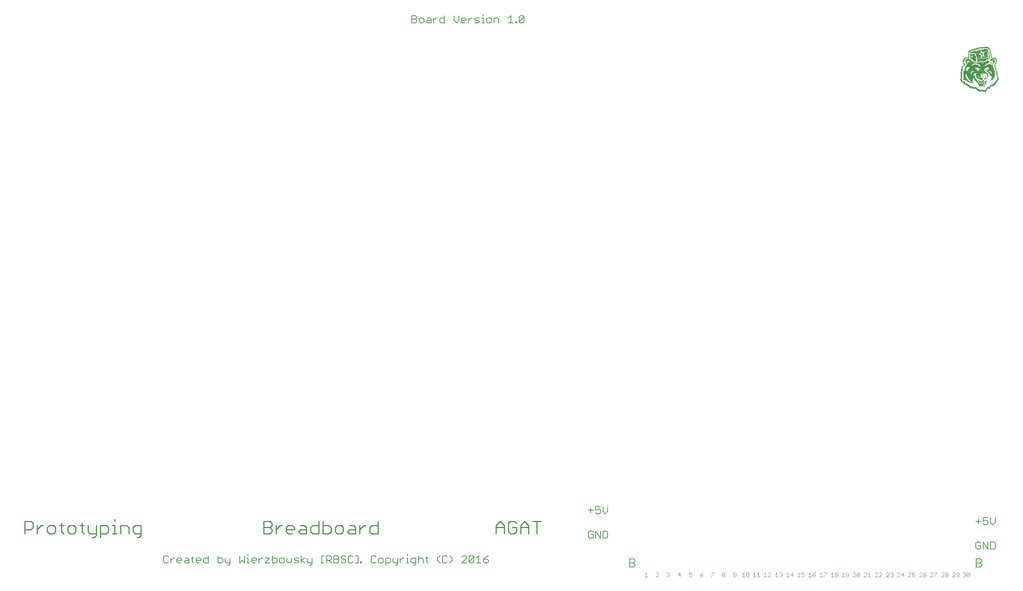
<source format=gto>
G75*
%MOIN*%
%OFA0B0*%
%FSLAX25Y25*%
%IPPOS*%
%LPD*%
%AMOC8*
5,1,8,0,0,1.08239X$1,22.5*
%
%ADD10C,0.00600*%
%ADD11C,0.00900*%
%ADD12R,0.00472X0.00236*%
%ADD13R,0.00945X0.00236*%
%ADD14R,0.00709X0.00236*%
%ADD15R,0.01181X0.00236*%
%ADD16R,0.02598X0.00236*%
%ADD17R,0.01654X0.00236*%
%ADD18R,0.03071X0.00236*%
%ADD19R,0.03780X0.00236*%
%ADD20R,0.05906X0.00236*%
%ADD21R,0.06378X0.00236*%
%ADD22R,0.01417X0.00236*%
%ADD23R,0.03543X0.00236*%
%ADD24R,0.02362X0.00236*%
%ADD25R,0.01890X0.00236*%
%ADD26R,0.00236X0.00236*%
%ADD27R,0.04016X0.00236*%
%ADD28R,0.05669X0.00236*%
%ADD29R,0.02835X0.00236*%
%ADD30R,0.02126X0.00236*%
%ADD31R,0.03307X0.00236*%
%ADD32R,0.04252X0.00236*%
%ADD33R,0.06142X0.00236*%
%ADD34R,0.04488X0.00236*%
%ADD35R,0.04724X0.00236*%
%ADD36R,0.06614X0.00236*%
%ADD37R,0.05433X0.00236*%
%ADD38R,0.13228X0.00236*%
%ADD39R,0.12992X0.00236*%
%ADD40R,0.12283X0.00236*%
%ADD41R,0.09921X0.00236*%
%ADD42R,0.07323X0.00236*%
%ADD43R,0.07559X0.00236*%
%ADD44R,0.04961X0.00236*%
%ADD45R,0.10157X0.00236*%
%ADD46R,0.16299X0.00236*%
%ADD47R,0.08976X0.00236*%
%ADD48R,0.08268X0.00236*%
%ADD49R,0.08031X0.00236*%
%ADD50R,0.06850X0.00236*%
%ADD51R,0.05197X0.00236*%
%ADD52R,0.14882X0.00236*%
%ADD53R,0.21260X0.00236*%
%ADD54R,0.24803X0.00236*%
%ADD55R,0.12756X0.00236*%
%ADD56R,0.11339X0.00236*%
%ADD57R,0.09213X0.00236*%
%ADD58R,0.07087X0.00236*%
%ADD59R,0.08504X0.00236*%
%ADD60R,0.07795X0.00236*%
%ADD61R,0.09449X0.00236*%
%ADD62R,0.08740X0.00236*%
%ADD63R,0.09685X0.00236*%
%ADD64C,0.00300*%
D10*
X0198150Y0074872D02*
X0199218Y0073804D01*
X0201353Y0073804D01*
X0202421Y0074872D01*
X0204596Y0075939D02*
X0206731Y0078074D01*
X0207799Y0078074D01*
X0209967Y0077007D02*
X0211035Y0078074D01*
X0213170Y0078074D01*
X0214237Y0077007D01*
X0214237Y0075939D01*
X0209967Y0075939D01*
X0209967Y0074872D02*
X0209967Y0077007D01*
X0209967Y0074872D02*
X0211035Y0073804D01*
X0213170Y0073804D01*
X0216413Y0074872D02*
X0217480Y0075939D01*
X0220683Y0075939D01*
X0220683Y0077007D02*
X0220683Y0073804D01*
X0217480Y0073804D01*
X0216413Y0074872D01*
X0217480Y0078074D02*
X0219615Y0078074D01*
X0220683Y0077007D01*
X0222858Y0078074D02*
X0224993Y0078074D01*
X0223926Y0079142D02*
X0223926Y0074872D01*
X0224993Y0073804D01*
X0227155Y0074872D02*
X0227155Y0077007D01*
X0228223Y0078074D01*
X0230358Y0078074D01*
X0231425Y0077007D01*
X0231425Y0075939D01*
X0227155Y0075939D01*
X0227155Y0074872D02*
X0228223Y0073804D01*
X0230358Y0073804D01*
X0233601Y0074872D02*
X0233601Y0077007D01*
X0234668Y0078074D01*
X0237871Y0078074D01*
X0237871Y0080209D02*
X0237871Y0073804D01*
X0234668Y0073804D01*
X0233601Y0074872D01*
X0246492Y0073804D02*
X0246492Y0080209D01*
X0246492Y0078074D02*
X0249694Y0078074D01*
X0250762Y0077007D01*
X0250762Y0074872D01*
X0249694Y0073804D01*
X0246492Y0073804D01*
X0252937Y0074872D02*
X0254005Y0073804D01*
X0257207Y0073804D01*
X0257207Y0072736D02*
X0257207Y0078074D01*
X0252937Y0078074D02*
X0252937Y0074872D01*
X0255072Y0071669D02*
X0256140Y0071669D01*
X0257207Y0072736D01*
X0265828Y0073804D02*
X0267963Y0075939D01*
X0270098Y0073804D01*
X0270098Y0080209D01*
X0272274Y0078074D02*
X0273341Y0078074D01*
X0273341Y0073804D01*
X0272274Y0073804D02*
X0274409Y0073804D01*
X0276571Y0074872D02*
X0276571Y0077007D01*
X0277638Y0078074D01*
X0279773Y0078074D01*
X0280841Y0077007D01*
X0280841Y0075939D01*
X0276571Y0075939D01*
X0276571Y0074872D02*
X0277638Y0073804D01*
X0279773Y0073804D01*
X0283016Y0073804D02*
X0283016Y0078074D01*
X0283016Y0075939D02*
X0285151Y0078074D01*
X0286219Y0078074D01*
X0288387Y0078074D02*
X0292658Y0078074D01*
X0288387Y0073804D01*
X0292658Y0073804D01*
X0294833Y0073804D02*
X0298036Y0073804D01*
X0299103Y0074872D01*
X0299103Y0077007D01*
X0298036Y0078074D01*
X0294833Y0078074D01*
X0294833Y0080209D02*
X0294833Y0073804D01*
X0301278Y0074872D02*
X0302346Y0073804D01*
X0304481Y0073804D01*
X0305549Y0074872D01*
X0305549Y0077007D01*
X0304481Y0078074D01*
X0302346Y0078074D01*
X0301278Y0077007D01*
X0301278Y0074872D01*
X0307724Y0074872D02*
X0308791Y0073804D01*
X0309859Y0074872D01*
X0310927Y0073804D01*
X0311994Y0074872D01*
X0311994Y0078074D01*
X0314169Y0077007D02*
X0315237Y0078074D01*
X0318440Y0078074D01*
X0317372Y0075939D02*
X0315237Y0075939D01*
X0314169Y0077007D01*
X0314169Y0073804D02*
X0317372Y0073804D01*
X0318440Y0074872D01*
X0317372Y0075939D01*
X0320615Y0075939D02*
X0323818Y0078074D01*
X0325986Y0078074D02*
X0325986Y0074872D01*
X0327054Y0073804D01*
X0330256Y0073804D01*
X0330256Y0072736D02*
X0330256Y0078074D01*
X0330256Y0072736D02*
X0329189Y0071669D01*
X0328121Y0071669D01*
X0323818Y0073804D02*
X0320615Y0075939D01*
X0320615Y0073804D02*
X0320615Y0080209D01*
X0307724Y0078074D02*
X0307724Y0074872D01*
X0338877Y0073804D02*
X0338877Y0080209D01*
X0341012Y0080209D01*
X0343174Y0080209D02*
X0343174Y0073804D01*
X0343174Y0075939D02*
X0346377Y0075939D01*
X0347444Y0077007D01*
X0347444Y0079142D01*
X0346377Y0080209D01*
X0343174Y0080209D01*
X0345309Y0075939D02*
X0347444Y0073804D01*
X0349620Y0073804D02*
X0352822Y0073804D01*
X0353890Y0074872D01*
X0353890Y0075939D01*
X0352822Y0077007D01*
X0349620Y0077007D01*
X0352822Y0077007D02*
X0353890Y0078074D01*
X0353890Y0079142D01*
X0352822Y0080209D01*
X0349620Y0080209D01*
X0349620Y0073804D01*
X0356065Y0074872D02*
X0357133Y0073804D01*
X0359268Y0073804D01*
X0360335Y0074872D01*
X0360335Y0075939D01*
X0359268Y0077007D01*
X0357133Y0077007D01*
X0356065Y0078074D01*
X0356065Y0079142D01*
X0357133Y0080209D01*
X0359268Y0080209D01*
X0360335Y0079142D01*
X0362511Y0079142D02*
X0363578Y0080209D01*
X0365713Y0080209D01*
X0366781Y0079142D01*
X0368956Y0080209D02*
X0371091Y0080209D01*
X0371091Y0073804D01*
X0368956Y0073804D01*
X0366781Y0074872D02*
X0365713Y0073804D01*
X0363578Y0073804D01*
X0362511Y0074872D01*
X0362511Y0079142D01*
X0373253Y0074872D02*
X0374321Y0074872D01*
X0374321Y0073804D01*
X0373253Y0073804D01*
X0373253Y0074872D01*
X0382921Y0074872D02*
X0383989Y0073804D01*
X0386124Y0073804D01*
X0387192Y0074872D01*
X0389367Y0074872D02*
X0390434Y0073804D01*
X0392570Y0073804D01*
X0393637Y0074872D01*
X0393637Y0077007D01*
X0392570Y0078074D01*
X0390434Y0078074D01*
X0389367Y0077007D01*
X0389367Y0074872D01*
X0387192Y0079142D02*
X0386124Y0080209D01*
X0383989Y0080209D01*
X0382921Y0079142D01*
X0382921Y0074872D01*
X0395812Y0073804D02*
X0399015Y0073804D01*
X0400083Y0074872D01*
X0400083Y0077007D01*
X0399015Y0078074D01*
X0395812Y0078074D01*
X0395812Y0071669D01*
X0402258Y0074872D02*
X0403325Y0073804D01*
X0406528Y0073804D01*
X0406528Y0072736D02*
X0406528Y0078074D01*
X0408703Y0078074D02*
X0408703Y0073804D01*
X0408703Y0075939D02*
X0410838Y0078074D01*
X0411906Y0078074D01*
X0414075Y0078074D02*
X0415142Y0078074D01*
X0415142Y0073804D01*
X0414075Y0073804D02*
X0416210Y0073804D01*
X0418372Y0074872D02*
X0419439Y0073804D01*
X0422642Y0073804D01*
X0422642Y0072736D02*
X0422642Y0078074D01*
X0419439Y0078074D01*
X0418372Y0077007D01*
X0418372Y0074872D01*
X0420507Y0071669D02*
X0421574Y0071669D01*
X0422642Y0072736D01*
X0424817Y0073804D02*
X0424817Y0080209D01*
X0425885Y0078074D02*
X0428020Y0078074D01*
X0429087Y0077007D01*
X0429087Y0073804D01*
X0432330Y0074872D02*
X0433398Y0073804D01*
X0432330Y0074872D02*
X0432330Y0079142D01*
X0431263Y0078074D02*
X0433398Y0078074D01*
X0425885Y0078074D02*
X0424817Y0077007D01*
X0415142Y0080209D02*
X0415142Y0081277D01*
X0402258Y0078074D02*
X0402258Y0074872D01*
X0404393Y0071669D02*
X0405461Y0071669D01*
X0406528Y0072736D01*
X0442005Y0075939D02*
X0442005Y0078074D01*
X0444140Y0080209D01*
X0446302Y0079142D02*
X0446302Y0074872D01*
X0447370Y0073804D01*
X0449505Y0073804D01*
X0450572Y0074872D01*
X0452748Y0073804D02*
X0454883Y0075939D01*
X0454883Y0078074D01*
X0452748Y0080209D01*
X0450572Y0079142D02*
X0449505Y0080209D01*
X0447370Y0080209D01*
X0446302Y0079142D01*
X0442005Y0075939D02*
X0444140Y0073804D01*
X0463490Y0073804D02*
X0467760Y0078074D01*
X0467760Y0079142D01*
X0466693Y0080209D01*
X0464558Y0080209D01*
X0463490Y0079142D01*
X0463490Y0073804D02*
X0467760Y0073804D01*
X0469936Y0074872D02*
X0474206Y0079142D01*
X0474206Y0074872D01*
X0473138Y0073804D01*
X0471003Y0073804D01*
X0469936Y0074872D01*
X0469936Y0079142D01*
X0471003Y0080209D01*
X0473138Y0080209D01*
X0474206Y0079142D01*
X0476381Y0078074D02*
X0478516Y0080209D01*
X0478516Y0073804D01*
X0476381Y0073804D02*
X0480651Y0073804D01*
X0482827Y0074872D02*
X0483894Y0073804D01*
X0486029Y0073804D01*
X0487097Y0074872D01*
X0487097Y0075939D01*
X0486029Y0077007D01*
X0482827Y0077007D01*
X0482827Y0074872D01*
X0482827Y0077007D02*
X0484962Y0079142D01*
X0487097Y0080209D01*
X0576182Y0096919D02*
X0577249Y0095851D01*
X0579385Y0095851D01*
X0580452Y0096919D01*
X0580452Y0099054D01*
X0578317Y0099054D01*
X0576182Y0101189D02*
X0576182Y0096919D01*
X0576182Y0101189D02*
X0577249Y0102257D01*
X0579385Y0102257D01*
X0580452Y0101189D01*
X0582627Y0102257D02*
X0586898Y0095851D01*
X0586898Y0102257D01*
X0589073Y0102257D02*
X0592276Y0102257D01*
X0593343Y0101189D01*
X0593343Y0096919D01*
X0592276Y0095851D01*
X0589073Y0095851D01*
X0589073Y0102257D01*
X0582627Y0102257D02*
X0582627Y0095851D01*
X0612717Y0077541D02*
X0616357Y0077541D01*
X0617571Y0076327D01*
X0617571Y0075114D01*
X0616357Y0073901D01*
X0612717Y0073901D01*
X0612717Y0070261D02*
X0612717Y0077541D01*
X0616357Y0073901D02*
X0617571Y0072687D01*
X0617571Y0071474D01*
X0616357Y0070261D01*
X0612717Y0070261D01*
X0591208Y0117505D02*
X0593343Y0119640D01*
X0593343Y0123910D01*
X0589073Y0123910D02*
X0589073Y0119640D01*
X0591208Y0117505D01*
X0586898Y0118572D02*
X0586898Y0120707D01*
X0585830Y0121775D01*
X0584763Y0121775D01*
X0582627Y0120707D01*
X0582627Y0123910D01*
X0586898Y0123910D01*
X0586898Y0118572D02*
X0585830Y0117505D01*
X0583695Y0117505D01*
X0582627Y0118572D01*
X0580452Y0120707D02*
X0576182Y0120707D01*
X0578317Y0118572D02*
X0578317Y0122843D01*
X0341012Y0073804D02*
X0338877Y0073804D01*
X0273341Y0080209D02*
X0273341Y0081277D01*
X0265828Y0080209D02*
X0265828Y0073804D01*
X0204596Y0073804D02*
X0204596Y0078074D01*
X0202421Y0079142D02*
X0201353Y0080209D01*
X0199218Y0080209D01*
X0198150Y0079142D01*
X0198150Y0074872D01*
X0920985Y0087076D02*
X0922053Y0086009D01*
X0924188Y0086009D01*
X0925255Y0087076D01*
X0925255Y0089211D01*
X0923120Y0089211D01*
X0920985Y0087076D02*
X0920985Y0091347D01*
X0922053Y0092414D01*
X0924188Y0092414D01*
X0925255Y0091347D01*
X0927431Y0092414D02*
X0931701Y0086009D01*
X0931701Y0092414D01*
X0933876Y0092414D02*
X0933876Y0086009D01*
X0937079Y0086009D01*
X0938146Y0087076D01*
X0938146Y0091347D01*
X0937079Y0092414D01*
X0933876Y0092414D01*
X0927431Y0092414D02*
X0927431Y0086009D01*
X0925019Y0077541D02*
X0921379Y0077541D01*
X0921379Y0070261D01*
X0925019Y0070261D01*
X0926232Y0071474D01*
X0926232Y0072687D01*
X0925019Y0073901D01*
X0921379Y0073901D01*
X0925019Y0073901D02*
X0926232Y0075114D01*
X0926232Y0076327D01*
X0925019Y0077541D01*
X0928498Y0107662D02*
X0927431Y0108730D01*
X0928498Y0107662D02*
X0930633Y0107662D01*
X0931701Y0108730D01*
X0931701Y0110865D01*
X0930633Y0111933D01*
X0929566Y0111933D01*
X0927431Y0110865D01*
X0927431Y0114068D01*
X0931701Y0114068D01*
X0933876Y0114068D02*
X0933876Y0109797D01*
X0936011Y0107662D01*
X0938146Y0109797D01*
X0938146Y0114068D01*
X0925255Y0110865D02*
X0920985Y0110865D01*
X0923120Y0113000D02*
X0923120Y0108730D01*
X0517827Y0554513D02*
X0515692Y0554513D01*
X0514625Y0555580D01*
X0518895Y0559850D01*
X0518895Y0555580D01*
X0517827Y0554513D01*
X0514625Y0555580D02*
X0514625Y0559850D01*
X0515692Y0560918D01*
X0517827Y0560918D01*
X0518895Y0559850D01*
X0512470Y0555580D02*
X0512470Y0554513D01*
X0511402Y0554513D01*
X0511402Y0555580D01*
X0512470Y0555580D01*
X0509227Y0554513D02*
X0504956Y0554513D01*
X0507092Y0554513D02*
X0507092Y0560918D01*
X0504956Y0558783D01*
X0496336Y0557715D02*
X0496336Y0554513D01*
X0496336Y0557715D02*
X0495268Y0558783D01*
X0492066Y0558783D01*
X0492066Y0554513D01*
X0489890Y0555580D02*
X0489890Y0557715D01*
X0488823Y0558783D01*
X0486688Y0558783D01*
X0485620Y0557715D01*
X0485620Y0555580D01*
X0486688Y0554513D01*
X0488823Y0554513D01*
X0489890Y0555580D01*
X0483458Y0554513D02*
X0481323Y0554513D01*
X0482391Y0554513D02*
X0482391Y0558783D01*
X0481323Y0558783D01*
X0479148Y0558783D02*
X0475945Y0558783D01*
X0474878Y0557715D01*
X0475945Y0556648D01*
X0478080Y0556648D01*
X0479148Y0555580D01*
X0478080Y0554513D01*
X0474878Y0554513D01*
X0472709Y0558783D02*
X0471641Y0558783D01*
X0469506Y0556648D01*
X0469506Y0554513D02*
X0469506Y0558783D01*
X0467331Y0557715D02*
X0467331Y0556648D01*
X0463061Y0556648D01*
X0463061Y0557715D02*
X0464128Y0558783D01*
X0466263Y0558783D01*
X0467331Y0557715D01*
X0466263Y0554513D02*
X0464128Y0554513D01*
X0463061Y0555580D01*
X0463061Y0557715D01*
X0460886Y0556648D02*
X0460886Y0560918D01*
X0460886Y0556648D02*
X0458750Y0554513D01*
X0456615Y0556648D01*
X0456615Y0560918D01*
X0447995Y0560918D02*
X0447995Y0554513D01*
X0444792Y0554513D01*
X0443724Y0555580D01*
X0443724Y0557715D01*
X0444792Y0558783D01*
X0447995Y0558783D01*
X0441556Y0558783D02*
X0440488Y0558783D01*
X0438353Y0556648D01*
X0438353Y0554513D02*
X0438353Y0558783D01*
X0436178Y0557715D02*
X0436178Y0554513D01*
X0432975Y0554513D01*
X0431908Y0555580D01*
X0432975Y0556648D01*
X0436178Y0556648D01*
X0436178Y0557715D02*
X0435110Y0558783D01*
X0432975Y0558783D01*
X0429732Y0557715D02*
X0428665Y0558783D01*
X0426530Y0558783D01*
X0425462Y0557715D01*
X0425462Y0555580D01*
X0426530Y0554513D01*
X0428665Y0554513D01*
X0429732Y0555580D01*
X0429732Y0557715D01*
X0423287Y0556648D02*
X0423287Y0555580D01*
X0422219Y0554513D01*
X0419017Y0554513D01*
X0419017Y0560918D01*
X0422219Y0560918D01*
X0423287Y0559850D01*
X0423287Y0558783D01*
X0422219Y0557715D01*
X0419017Y0557715D01*
X0422219Y0557715D02*
X0423287Y0556648D01*
X0482391Y0560918D02*
X0482391Y0561986D01*
D11*
X0074678Y0110859D02*
X0074678Y0099938D01*
X0074678Y0103578D02*
X0080139Y0103578D01*
X0081959Y0105398D01*
X0081959Y0109038D01*
X0080139Y0110859D01*
X0074678Y0110859D01*
X0085554Y0107218D02*
X0085554Y0099938D01*
X0085554Y0103578D02*
X0089194Y0107218D01*
X0091014Y0107218D01*
X0094617Y0105398D02*
X0094617Y0101758D01*
X0096437Y0099938D01*
X0100077Y0099938D01*
X0101897Y0101758D01*
X0101897Y0105398D01*
X0100077Y0107218D01*
X0096437Y0107218D01*
X0094617Y0105398D01*
X0105492Y0107218D02*
X0109132Y0107218D01*
X0107312Y0109038D02*
X0107312Y0101758D01*
X0109132Y0099938D01*
X0112742Y0101758D02*
X0114562Y0099938D01*
X0118203Y0099938D01*
X0120023Y0101758D01*
X0120023Y0105398D01*
X0118203Y0107218D01*
X0114562Y0107218D01*
X0112742Y0105398D01*
X0112742Y0101758D01*
X0123618Y0107218D02*
X0127258Y0107218D01*
X0125438Y0109038D02*
X0125438Y0101758D01*
X0127258Y0099938D01*
X0130868Y0101758D02*
X0132688Y0099938D01*
X0138148Y0099938D01*
X0138148Y0098118D02*
X0136328Y0096298D01*
X0134508Y0096298D01*
X0138148Y0098118D02*
X0138148Y0107218D01*
X0141743Y0107218D02*
X0147204Y0107218D01*
X0149024Y0105398D01*
X0149024Y0101758D01*
X0147204Y0099938D01*
X0141743Y0099938D01*
X0141743Y0096298D02*
X0141743Y0107218D01*
X0130868Y0107218D02*
X0130868Y0101758D01*
X0152619Y0099938D02*
X0156259Y0099938D01*
X0154439Y0099938D02*
X0154439Y0107218D01*
X0152619Y0107218D01*
X0154439Y0110859D02*
X0154439Y0112679D01*
X0159869Y0107218D02*
X0165329Y0107218D01*
X0167149Y0105398D01*
X0167149Y0099938D01*
X0170745Y0101758D02*
X0172565Y0099938D01*
X0178025Y0099938D01*
X0178025Y0098118D02*
X0178025Y0107218D01*
X0172565Y0107218D01*
X0170745Y0105398D01*
X0170745Y0101758D01*
X0174385Y0096298D02*
X0176205Y0096298D01*
X0178025Y0098118D01*
X0159869Y0099938D02*
X0159869Y0107218D01*
X0287277Y0105398D02*
X0292737Y0105398D01*
X0294557Y0103578D01*
X0294557Y0101758D01*
X0292737Y0099938D01*
X0287277Y0099938D01*
X0287277Y0110859D01*
X0292737Y0110859D01*
X0294557Y0109038D01*
X0294557Y0107218D01*
X0292737Y0105398D01*
X0298152Y0103578D02*
X0301792Y0107218D01*
X0303612Y0107218D01*
X0307215Y0105398D02*
X0307215Y0101758D01*
X0309035Y0099938D01*
X0312675Y0099938D01*
X0314495Y0103578D02*
X0307215Y0103578D01*
X0307215Y0105398D02*
X0309035Y0107218D01*
X0312675Y0107218D01*
X0314495Y0105398D01*
X0314495Y0103578D01*
X0318090Y0101758D02*
X0319911Y0103578D01*
X0325371Y0103578D01*
X0325371Y0105398D02*
X0325371Y0099938D01*
X0319911Y0099938D01*
X0318090Y0101758D01*
X0319911Y0107218D02*
X0323551Y0107218D01*
X0325371Y0105398D01*
X0328966Y0105398D02*
X0330786Y0107218D01*
X0336246Y0107218D01*
X0339841Y0107218D02*
X0345302Y0107218D01*
X0347122Y0105398D01*
X0347122Y0101758D01*
X0345302Y0099938D01*
X0339841Y0099938D01*
X0339841Y0110859D01*
X0336246Y0110859D02*
X0336246Y0099938D01*
X0330786Y0099938D01*
X0328966Y0101758D01*
X0328966Y0105398D01*
X0350717Y0105398D02*
X0350717Y0101758D01*
X0352537Y0099938D01*
X0356177Y0099938D01*
X0357997Y0101758D01*
X0357997Y0105398D01*
X0356177Y0107218D01*
X0352537Y0107218D01*
X0350717Y0105398D01*
X0361592Y0101758D02*
X0363412Y0103578D01*
X0368872Y0103578D01*
X0368872Y0105398D02*
X0368872Y0099938D01*
X0363412Y0099938D01*
X0361592Y0101758D01*
X0363412Y0107218D02*
X0367052Y0107218D01*
X0368872Y0105398D01*
X0372468Y0103578D02*
X0376108Y0107218D01*
X0377928Y0107218D01*
X0381530Y0105398D02*
X0381530Y0101758D01*
X0383351Y0099938D01*
X0388811Y0099938D01*
X0388811Y0110859D01*
X0388811Y0107218D02*
X0383351Y0107218D01*
X0381530Y0105398D01*
X0372468Y0107218D02*
X0372468Y0099938D01*
X0298152Y0099938D02*
X0298152Y0107218D01*
X0493970Y0107218D02*
X0493970Y0099938D01*
X0493970Y0105398D02*
X0501250Y0105398D01*
X0501250Y0107218D02*
X0501250Y0099938D01*
X0504845Y0101758D02*
X0506665Y0099938D01*
X0510305Y0099938D01*
X0512125Y0101758D01*
X0512125Y0105398D01*
X0508485Y0105398D01*
X0504845Y0109038D02*
X0504845Y0101758D01*
X0501250Y0107218D02*
X0497610Y0110859D01*
X0493970Y0107218D01*
X0504845Y0109038D02*
X0506665Y0110859D01*
X0510305Y0110859D01*
X0512125Y0109038D01*
X0515721Y0107218D02*
X0519361Y0110859D01*
X0523001Y0107218D01*
X0523001Y0099938D01*
X0523001Y0105398D02*
X0515721Y0105398D01*
X0515721Y0107218D02*
X0515721Y0099938D01*
X0530236Y0099938D02*
X0530236Y0110859D01*
X0526596Y0110859D02*
X0533876Y0110859D01*
D12*
X0916551Y0495866D03*
X0917969Y0497520D03*
X0921039Y0497047D03*
X0924110Y0493268D03*
X0928126Y0494449D03*
X0929071Y0492559D03*
X0928126Y0497047D03*
X0926236Y0497520D03*
X0926236Y0497756D03*
X0924583Y0502244D03*
X0924583Y0502480D03*
X0923638Y0502480D03*
X0923402Y0502717D03*
X0923402Y0502953D03*
X0923165Y0503189D03*
X0923638Y0505551D03*
X0923402Y0505787D03*
X0920094Y0507205D03*
X0919858Y0507441D03*
X0919858Y0506969D03*
X0918205Y0501772D03*
X0913480Y0503898D03*
X0913244Y0506732D03*
X0910409Y0502244D03*
X0912772Y0500354D03*
X0907811Y0504606D03*
X0912535Y0513110D03*
X0924110Y0512402D03*
X0926709Y0508622D03*
X0926236Y0508150D03*
X0927890Y0509567D03*
X0929780Y0511693D03*
X0930488Y0512165D03*
X0930724Y0512402D03*
X0931197Y0513110D03*
X0931433Y0512874D03*
X0930488Y0517835D03*
X0932142Y0521614D03*
X0932142Y0521850D03*
X0933323Y0522087D03*
X0933323Y0522323D03*
X0933087Y0522795D03*
X0933087Y0523031D03*
X0933087Y0523268D03*
X0931669Y0523504D03*
X0929071Y0524449D03*
X0927181Y0526339D03*
X0927181Y0526811D03*
X0926945Y0527047D03*
X0926472Y0526339D03*
X0925764Y0525630D03*
X0926236Y0527520D03*
X0926945Y0531063D03*
X0931433Y0528465D03*
X0931669Y0528701D03*
X0932614Y0527992D03*
X0932614Y0527756D03*
X0932614Y0527520D03*
X0932614Y0527283D03*
X0932614Y0527047D03*
X0932614Y0526811D03*
X0932614Y0526575D03*
X0932614Y0526339D03*
X0934031Y0527047D03*
X0934031Y0527283D03*
X0934031Y0527520D03*
X0933795Y0528701D03*
X0934504Y0524921D03*
X0934504Y0524685D03*
X0934740Y0523504D03*
X0934740Y0523268D03*
X0924583Y0521850D03*
X0919386Y0526575D03*
X0917496Y0524449D03*
X0916079Y0526339D03*
X0914425Y0525157D03*
X0914425Y0524921D03*
X0927181Y0505787D03*
X0929071Y0505787D03*
X0930961Y0505787D03*
X0931197Y0506260D03*
X0931433Y0506732D03*
X0931433Y0506969D03*
X0931433Y0507441D03*
X0931433Y0507677D03*
X0930488Y0502953D03*
X0930252Y0502717D03*
X0930252Y0502480D03*
X0930252Y0502244D03*
X0930016Y0502008D03*
X0930016Y0501772D03*
X0930016Y0501299D03*
X0930016Y0501063D03*
X0930016Y0500827D03*
X0928835Y0502008D03*
X0928835Y0502244D03*
X0934031Y0502717D03*
X0936866Y0505079D03*
X0940409Y0505787D03*
X0940646Y0505551D03*
X0940173Y0506969D03*
X0939701Y0508858D03*
D13*
X0939701Y0508622D03*
X0939701Y0507913D03*
X0940409Y0506496D03*
X0940409Y0506024D03*
X0939937Y0509567D03*
X0939937Y0509803D03*
X0939465Y0510984D03*
X0938520Y0513346D03*
X0938520Y0513819D03*
X0938283Y0514528D03*
X0938047Y0515236D03*
X0937811Y0515709D03*
X0938047Y0515945D03*
X0938047Y0516417D03*
X0937811Y0517126D03*
X0937811Y0517362D03*
X0938047Y0517598D03*
X0938520Y0518071D03*
X0938756Y0518543D03*
X0938992Y0519016D03*
X0938992Y0519252D03*
X0938992Y0520669D03*
X0938992Y0520906D03*
X0938756Y0521614D03*
X0938756Y0521850D03*
X0937339Y0520906D03*
X0934976Y0520669D03*
X0931433Y0520669D03*
X0932850Y0524449D03*
X0932850Y0524685D03*
X0934268Y0525866D03*
X0933559Y0529646D03*
X0933323Y0530354D03*
X0933087Y0530591D03*
X0931669Y0528937D03*
X0929071Y0524921D03*
X0927181Y0524449D03*
X0926945Y0525630D03*
X0926945Y0526102D03*
X0926000Y0526575D03*
X0925764Y0526811D03*
X0926472Y0527283D03*
X0924819Y0529646D03*
X0926000Y0530827D03*
X0922220Y0529646D03*
X0919858Y0529409D03*
X0917496Y0527047D03*
X0916315Y0524685D03*
X0916315Y0524449D03*
X0916315Y0524213D03*
X0916315Y0523976D03*
X0914661Y0523976D03*
X0914661Y0523740D03*
X0914661Y0524213D03*
X0914425Y0525630D03*
X0914425Y0525866D03*
X0914425Y0526102D03*
X0914661Y0526811D03*
X0914661Y0527047D03*
X0914661Y0527756D03*
X0914661Y0527992D03*
X0914661Y0528228D03*
X0912063Y0520669D03*
X0910173Y0518543D03*
X0910173Y0518307D03*
X0909937Y0518780D03*
X0909701Y0519016D03*
X0909465Y0519252D03*
X0909465Y0519488D03*
X0910409Y0517835D03*
X0910646Y0516654D03*
X0910409Y0516417D03*
X0909701Y0515945D03*
X0909465Y0515709D03*
X0908992Y0515472D03*
X0908756Y0515000D03*
X0908992Y0514291D03*
X0908992Y0514055D03*
X0908992Y0513819D03*
X0908520Y0513583D03*
X0908283Y0513346D03*
X0908520Y0511929D03*
X0908283Y0511693D03*
X0908047Y0510512D03*
X0907811Y0510276D03*
X0908283Y0509331D03*
X0908047Y0508858D03*
X0908283Y0506969D03*
X0908047Y0506496D03*
X0908283Y0505315D03*
X0911118Y0499173D03*
X0919150Y0495630D03*
X0925528Y0493268D03*
X0929071Y0492795D03*
X0930488Y0495157D03*
X0933559Y0497047D03*
X0933559Y0497283D03*
X0929307Y0500118D03*
X0929071Y0499882D03*
X0928598Y0501299D03*
X0928835Y0501535D03*
X0928835Y0501772D03*
X0925764Y0502480D03*
X0925528Y0502717D03*
X0925291Y0502953D03*
X0924819Y0505787D03*
X0924583Y0506260D03*
X0922220Y0505551D03*
X0930724Y0505315D03*
X0930961Y0508622D03*
X0931669Y0512638D03*
X0934976Y0503425D03*
X0926236Y0497992D03*
X0911591Y0513110D03*
X0911591Y0513346D03*
X0912063Y0514055D03*
X0922693Y0517835D03*
X0924110Y0520669D03*
X0924819Y0523976D03*
X0922929Y0526575D03*
D14*
X0925882Y0527047D03*
X0921394Y0529173D03*
X0919504Y0527283D03*
X0914543Y0527283D03*
X0914543Y0527520D03*
X0914543Y0526575D03*
X0914543Y0526339D03*
X0914307Y0525394D03*
X0914543Y0524685D03*
X0914543Y0524449D03*
X0914307Y0522323D03*
X0912654Y0518071D03*
X0918559Y0510512D03*
X0919740Y0506732D03*
X0922339Y0505315D03*
X0924701Y0506024D03*
X0926591Y0508386D03*
X0927535Y0509094D03*
X0931315Y0508386D03*
X0931315Y0508150D03*
X0931315Y0507913D03*
X0931315Y0507205D03*
X0931315Y0506496D03*
X0931079Y0506024D03*
X0930843Y0505551D03*
X0934386Y0502953D03*
X0934622Y0503189D03*
X0929898Y0500591D03*
X0929661Y0500354D03*
X0928480Y0498465D03*
X0928244Y0497756D03*
X0928244Y0497520D03*
X0928244Y0497283D03*
X0926591Y0494921D03*
X0924701Y0494685D03*
X0925409Y0493031D03*
X0927772Y0493031D03*
X0924465Y0497992D03*
X0917850Y0502008D03*
X0916669Y0496102D03*
X0910291Y0502008D03*
X0908874Y0501063D03*
X0908165Y0505079D03*
X0908165Y0506732D03*
X0908402Y0509094D03*
X0921630Y0513110D03*
X0922339Y0520669D03*
X0922339Y0520906D03*
X0922339Y0522087D03*
X0932024Y0522087D03*
X0933205Y0522559D03*
X0932969Y0523504D03*
X0932969Y0523740D03*
X0932969Y0523976D03*
X0932969Y0524213D03*
X0932732Y0524921D03*
X0932732Y0525157D03*
X0932732Y0525394D03*
X0932496Y0525630D03*
X0932496Y0525866D03*
X0932496Y0526102D03*
X0934150Y0526102D03*
X0934150Y0526339D03*
X0934150Y0526575D03*
X0934150Y0526811D03*
X0933913Y0527756D03*
X0933913Y0527992D03*
X0933913Y0528228D03*
X0933913Y0528465D03*
X0933677Y0528937D03*
X0933677Y0529173D03*
X0933677Y0529409D03*
X0933441Y0529882D03*
X0933441Y0530118D03*
X0930134Y0531063D03*
X0934386Y0525630D03*
X0934386Y0525394D03*
X0934386Y0525157D03*
X0934622Y0524449D03*
X0934622Y0524213D03*
X0934622Y0523976D03*
X0934622Y0523740D03*
X0934858Y0522795D03*
X0934622Y0520433D03*
X0934622Y0518780D03*
X0934858Y0518543D03*
X0935567Y0518071D03*
X0936984Y0518780D03*
X0938402Y0517835D03*
X0938638Y0518307D03*
X0938874Y0518780D03*
X0939110Y0519488D03*
X0939110Y0519724D03*
X0939110Y0519961D03*
X0939110Y0520197D03*
X0939110Y0520433D03*
X0938874Y0521378D03*
X0937929Y0516890D03*
X0937929Y0516654D03*
X0938165Y0516181D03*
X0937929Y0515472D03*
X0938165Y0515000D03*
X0938165Y0514764D03*
X0938402Y0514291D03*
X0938402Y0514055D03*
X0938638Y0513583D03*
X0938402Y0512874D03*
X0938402Y0512638D03*
X0938638Y0512402D03*
X0938874Y0512165D03*
X0939110Y0511929D03*
X0939110Y0511693D03*
X0939346Y0511457D03*
X0939346Y0511220D03*
X0939583Y0510748D03*
X0939583Y0510512D03*
X0939819Y0510276D03*
X0939819Y0510039D03*
X0939583Y0507677D03*
X0939819Y0507441D03*
X0940055Y0507205D03*
X0940291Y0506732D03*
X0940528Y0505315D03*
X0933677Y0518780D03*
D15*
X0936984Y0519016D03*
X0938874Y0521142D03*
X0938638Y0522087D03*
X0938402Y0522323D03*
X0931551Y0523268D03*
X0931315Y0522795D03*
X0924701Y0524213D03*
X0922575Y0523268D03*
X0922575Y0523031D03*
X0923992Y0520906D03*
X0922811Y0526339D03*
X0921394Y0526339D03*
X0921157Y0526575D03*
X0923520Y0530118D03*
X0924937Y0530591D03*
X0927063Y0528465D03*
X0932969Y0530827D03*
X0915016Y0528701D03*
X0914780Y0528465D03*
X0911000Y0522323D03*
X0910764Y0521850D03*
X0910528Y0521614D03*
X0910291Y0521142D03*
X0910055Y0520906D03*
X0910055Y0520669D03*
X0909819Y0520433D03*
X0909819Y0520197D03*
X0909819Y0519961D03*
X0909583Y0519724D03*
X0910291Y0518071D03*
X0910528Y0517598D03*
X0910764Y0517362D03*
X0911000Y0517126D03*
X0911000Y0516890D03*
X0910055Y0516181D03*
X0908874Y0515236D03*
X0908874Y0514764D03*
X0908874Y0514528D03*
X0908165Y0513110D03*
X0908165Y0512874D03*
X0908402Y0512638D03*
X0908638Y0512402D03*
X0908638Y0512165D03*
X0908165Y0511457D03*
X0908165Y0511220D03*
X0908165Y0510984D03*
X0908165Y0510748D03*
X0907929Y0508386D03*
X0908165Y0508150D03*
X0908165Y0507913D03*
X0908165Y0507677D03*
X0908165Y0506260D03*
X0907929Y0504370D03*
X0907929Y0503661D03*
X0907929Y0503425D03*
X0908874Y0501299D03*
X0910528Y0500827D03*
X0917614Y0502244D03*
X0918087Y0501535D03*
X0919976Y0505079D03*
X0922102Y0505787D03*
X0924465Y0506732D03*
X0924465Y0506969D03*
X0924465Y0507205D03*
X0924701Y0505551D03*
X0925882Y0502244D03*
X0924465Y0501772D03*
X0924465Y0501535D03*
X0924701Y0501299D03*
X0924937Y0501063D03*
X0924228Y0502008D03*
X0927535Y0502008D03*
X0927535Y0502244D03*
X0927535Y0502953D03*
X0928480Y0501063D03*
X0928244Y0497992D03*
X0926354Y0498228D03*
X0924465Y0498228D03*
X0921630Y0495630D03*
X0923992Y0493504D03*
X0926591Y0494685D03*
X0928953Y0493031D03*
X0929661Y0493976D03*
X0930134Y0494685D03*
X0930606Y0495394D03*
X0930843Y0495630D03*
X0931787Y0497047D03*
X0932969Y0495866D03*
X0933677Y0497520D03*
X0938165Y0500591D03*
X0939583Y0502480D03*
X0939819Y0502717D03*
X0940055Y0503425D03*
X0940291Y0503898D03*
X0940528Y0504370D03*
X0940764Y0504843D03*
X0940764Y0505079D03*
X0940291Y0506260D03*
X0939819Y0508150D03*
X0939819Y0508386D03*
X0938402Y0513110D03*
X0933913Y0508858D03*
X0933677Y0509094D03*
X0930843Y0508858D03*
X0930606Y0509094D03*
X0930134Y0505079D03*
X0935094Y0503661D03*
X0935331Y0503898D03*
X0935567Y0504843D03*
X0935567Y0505079D03*
X0917850Y0497283D03*
X0911472Y0512165D03*
X0911709Y0513583D03*
X0912654Y0518307D03*
X0912654Y0518543D03*
X0912417Y0518780D03*
X0912417Y0519016D03*
X0912417Y0519252D03*
X0912417Y0519488D03*
D16*
X0919504Y0523976D03*
X0919504Y0524213D03*
X0919031Y0525157D03*
X0923047Y0522323D03*
X0923520Y0527283D03*
X0915961Y0529409D03*
X0928953Y0521142D03*
X0931551Y0520197D03*
X0931551Y0519961D03*
X0936039Y0522087D03*
X0936748Y0519961D03*
X0936276Y0509803D03*
X0936276Y0509567D03*
X0936276Y0506732D03*
X0936276Y0506496D03*
X0925882Y0503898D03*
X0922575Y0506260D03*
X0916669Y0503425D03*
X0915724Y0501535D03*
X0911472Y0505079D03*
X0928480Y0493268D03*
D17*
X0926591Y0494449D03*
X0925646Y0493504D03*
X0927063Y0499882D03*
X0926827Y0501535D03*
X0927535Y0502717D03*
X0929425Y0504606D03*
X0929661Y0504843D03*
X0930134Y0509331D03*
X0933441Y0509567D03*
X0936039Y0505315D03*
X0939346Y0502244D03*
X0938638Y0501299D03*
X0937693Y0499882D03*
X0933913Y0497756D03*
X0922811Y0501063D03*
X0922575Y0501535D03*
X0920213Y0504134D03*
X0920213Y0504370D03*
X0917378Y0502480D03*
X0913598Y0502953D03*
X0908638Y0502244D03*
X0908638Y0502008D03*
X0908402Y0502480D03*
X0908165Y0502717D03*
X0908165Y0502953D03*
X0907693Y0503898D03*
X0907693Y0504134D03*
X0908165Y0505787D03*
X0910764Y0507441D03*
X0911236Y0511693D03*
X0911709Y0512874D03*
X0911472Y0513819D03*
X0912181Y0514291D03*
X0921630Y0512874D03*
X0926354Y0520906D03*
X0927299Y0524213D03*
X0926591Y0525866D03*
X0927299Y0528701D03*
X0931315Y0529409D03*
X0931551Y0529173D03*
X0932260Y0531535D03*
X0917378Y0527283D03*
X0916433Y0525157D03*
X0915252Y0528937D03*
X0911945Y0523031D03*
X0922575Y0523504D03*
X0929189Y0523268D03*
X0931551Y0520433D03*
X0932969Y0517362D03*
X0937220Y0520669D03*
D18*
X0935803Y0521850D03*
X0930370Y0524213D03*
X0929898Y0525394D03*
X0930134Y0527756D03*
X0923756Y0527520D03*
X0923756Y0529173D03*
X0917378Y0529882D03*
X0913598Y0523504D03*
X0917142Y0519488D03*
X0911236Y0504843D03*
X0911236Y0504606D03*
X0911236Y0504134D03*
X0911236Y0503898D03*
X0911709Y0500118D03*
X0916669Y0503661D03*
X0928480Y0493740D03*
X0928480Y0493504D03*
X0932024Y0496102D03*
X0935094Y0498465D03*
X0936276Y0506969D03*
X0936276Y0508858D03*
D19*
X0935921Y0507441D03*
X0935921Y0510984D03*
X0934504Y0513583D03*
X0934504Y0513819D03*
X0926709Y0512638D03*
X0926709Y0512402D03*
X0923165Y0506496D03*
X0918913Y0509567D03*
X0914661Y0508622D03*
X0914661Y0508386D03*
X0916315Y0504370D03*
X0912299Y0503425D03*
X0912063Y0503661D03*
X0917260Y0496811D03*
X0920094Y0495866D03*
X0924819Y0493740D03*
X0920567Y0516890D03*
X0927417Y0520669D03*
X0923402Y0524449D03*
X0923402Y0524685D03*
X0922929Y0525630D03*
X0920331Y0530827D03*
X0919622Y0530591D03*
X0928126Y0529173D03*
X0929071Y0530591D03*
X0914189Y0521850D03*
X0913244Y0523268D03*
D20*
X0917378Y0519016D03*
X0916433Y0518071D03*
X0917614Y0513346D03*
X0920921Y0515945D03*
X0926591Y0513819D03*
X0926827Y0517362D03*
X0934386Y0511929D03*
X0926118Y0499409D03*
X0925646Y0493976D03*
X0918559Y0496575D03*
X0915961Y0506969D03*
X0915961Y0507205D03*
X0915961Y0507441D03*
X0913362Y0509567D03*
D21*
X0913362Y0509803D03*
X0913362Y0510276D03*
X0913126Y0509331D03*
X0915724Y0507913D03*
X0917142Y0506024D03*
X0917142Y0505551D03*
X0917142Y0505315D03*
X0917378Y0513110D03*
X0928244Y0522087D03*
X0932732Y0516181D03*
X0928953Y0529882D03*
X0925409Y0494213D03*
D22*
X0921984Y0495394D03*
X0920567Y0496811D03*
X0923402Y0500118D03*
X0923402Y0500354D03*
X0923165Y0500591D03*
X0922929Y0500827D03*
X0922693Y0501299D03*
X0926000Y0502008D03*
X0927654Y0502480D03*
X0928835Y0504134D03*
X0927417Y0508858D03*
X0927890Y0511693D03*
X0927890Y0511929D03*
X0931197Y0510984D03*
X0931433Y0510748D03*
X0933559Y0509331D03*
X0935685Y0504606D03*
X0935449Y0504134D03*
X0938520Y0501063D03*
X0938283Y0500827D03*
X0938047Y0500354D03*
X0937811Y0500118D03*
X0939937Y0502953D03*
X0939937Y0503189D03*
X0940173Y0503661D03*
X0940409Y0504134D03*
X0940646Y0504606D03*
X0939701Y0509094D03*
X0939701Y0509331D03*
X0934740Y0518307D03*
X0936866Y0519252D03*
X0938047Y0522559D03*
X0931433Y0523031D03*
X0930961Y0522559D03*
X0928126Y0522559D03*
X0924583Y0523031D03*
X0924583Y0523268D03*
X0924583Y0523504D03*
X0922929Y0526811D03*
X0921276Y0526811D03*
X0920803Y0527283D03*
X0919858Y0529173D03*
X0922457Y0529882D03*
X0924110Y0530354D03*
X0928835Y0531063D03*
X0932614Y0531299D03*
X0932850Y0531063D03*
X0920331Y0519961D03*
X0916551Y0523740D03*
X0916315Y0524921D03*
X0911591Y0522795D03*
X0911354Y0522559D03*
X0910882Y0522087D03*
X0910409Y0521378D03*
X0912063Y0520433D03*
X0912299Y0519724D03*
X0911591Y0512402D03*
X0911354Y0511929D03*
X0908283Y0509567D03*
X0907811Y0510039D03*
X0908047Y0508622D03*
X0908283Y0507441D03*
X0908283Y0507205D03*
X0908047Y0506024D03*
X0908283Y0505551D03*
X0908047Y0503189D03*
X0910409Y0501299D03*
X0910409Y0501063D03*
X0910646Y0500591D03*
X0910882Y0500354D03*
X0913717Y0502717D03*
X0913953Y0502480D03*
X0917732Y0500827D03*
X0920094Y0504606D03*
X0920094Y0504843D03*
X0928126Y0498228D03*
X0930961Y0495866D03*
X0930252Y0494921D03*
X0930016Y0494449D03*
X0929780Y0494213D03*
D23*
X0923520Y0494449D03*
X0916906Y0497047D03*
X0912417Y0499409D03*
X0912181Y0499646D03*
X0916433Y0504134D03*
X0914543Y0508858D03*
X0914543Y0509094D03*
X0925646Y0504134D03*
X0936039Y0507205D03*
X0932969Y0517126D03*
X0930606Y0519488D03*
X0935567Y0521378D03*
X0935803Y0521614D03*
X0936276Y0523031D03*
X0929661Y0526102D03*
X0929661Y0526339D03*
X0929661Y0526575D03*
X0929661Y0526811D03*
X0923520Y0523740D03*
X0922811Y0525866D03*
X0919268Y0523740D03*
X0919268Y0522087D03*
X0919504Y0521850D03*
X0923520Y0519961D03*
X0923756Y0520197D03*
X0922575Y0531299D03*
D24*
X0919386Y0524921D03*
X0919386Y0524685D03*
X0919386Y0524449D03*
X0915843Y0520669D03*
X0914189Y0522087D03*
X0927181Y0519488D03*
X0934504Y0520906D03*
X0934740Y0521142D03*
X0936866Y0520197D03*
X0936157Y0506260D03*
X0937102Y0499646D03*
X0934740Y0498228D03*
X0926709Y0501772D03*
X0924583Y0505315D03*
X0916787Y0503189D03*
X0916787Y0502953D03*
X0913480Y0499173D03*
X0914661Y0498228D03*
X0914898Y0497992D03*
X0922693Y0494685D03*
X0911118Y0508858D03*
X0911118Y0509094D03*
D25*
X0910882Y0508150D03*
X0910882Y0507913D03*
X0910882Y0507677D03*
X0910882Y0507205D03*
X0910882Y0506969D03*
X0910882Y0506732D03*
X0910882Y0506496D03*
X0908047Y0509803D03*
X0911118Y0511457D03*
X0911591Y0512638D03*
X0912299Y0514528D03*
X0912535Y0514764D03*
X0912535Y0519961D03*
X0912535Y0520197D03*
X0916315Y0519961D03*
X0916551Y0519724D03*
X0920094Y0520197D03*
X0920331Y0517126D03*
X0923165Y0519724D03*
X0925291Y0519016D03*
X0928835Y0520906D03*
X0930724Y0524449D03*
X0930724Y0524685D03*
X0930724Y0524921D03*
X0929780Y0528701D03*
X0924346Y0529409D03*
X0922693Y0523976D03*
X0918913Y0526339D03*
X0915606Y0529173D03*
X0936394Y0523268D03*
X0936866Y0519488D03*
X0932142Y0510512D03*
X0932614Y0510276D03*
X0932850Y0510039D03*
X0933087Y0509803D03*
X0936157Y0505787D03*
X0936157Y0505551D03*
X0935685Y0504370D03*
X0938756Y0501535D03*
X0938992Y0501772D03*
X0939228Y0502008D03*
X0929307Y0504370D03*
X0923874Y0499882D03*
X0922220Y0501772D03*
X0921984Y0502008D03*
X0921748Y0502244D03*
X0921512Y0502480D03*
X0921276Y0502717D03*
X0921039Y0502953D03*
X0921039Y0503189D03*
X0920803Y0503425D03*
X0920567Y0503661D03*
X0920331Y0503898D03*
X0917024Y0502717D03*
X0914661Y0502008D03*
X0914189Y0502244D03*
X0915843Y0497283D03*
X0922220Y0495157D03*
X0922457Y0494921D03*
D26*
X0924701Y0494921D03*
X0926591Y0495157D03*
X0928244Y0499882D03*
X0927063Y0501299D03*
X0926354Y0501299D03*
X0924465Y0500118D03*
X0923756Y0502244D03*
X0924228Y0502953D03*
X0923047Y0503425D03*
X0926827Y0503661D03*
X0926591Y0505079D03*
X0927299Y0506024D03*
X0927535Y0506260D03*
X0927535Y0506496D03*
X0927772Y0506732D03*
X0927772Y0506969D03*
X0927299Y0508622D03*
X0926827Y0509331D03*
X0929425Y0512165D03*
X0929425Y0512402D03*
X0929661Y0512638D03*
X0929661Y0511929D03*
X0930370Y0514291D03*
X0931787Y0517362D03*
X0934150Y0517362D03*
X0934386Y0519016D03*
X0934858Y0520197D03*
X0935803Y0522323D03*
X0932969Y0521850D03*
X0935803Y0517835D03*
X0936039Y0517598D03*
X0936276Y0517362D03*
X0936276Y0517126D03*
X0936512Y0516890D03*
X0936984Y0518307D03*
X0936984Y0518543D03*
X0927772Y0519252D03*
X0927063Y0519252D03*
X0927772Y0520197D03*
X0925882Y0519252D03*
X0924701Y0522323D03*
X0925882Y0523031D03*
X0926827Y0524685D03*
X0926118Y0526102D03*
X0927299Y0526575D03*
X0926827Y0528228D03*
X0925173Y0529882D03*
X0931315Y0530591D03*
X0932732Y0528228D03*
X0928953Y0524685D03*
X0922811Y0517598D03*
X0921866Y0517126D03*
X0920449Y0517362D03*
X0919976Y0518307D03*
X0920685Y0519724D03*
X0918087Y0519724D03*
X0921157Y0514291D03*
X0922102Y0514291D03*
X0923520Y0512638D03*
X0923283Y0512402D03*
X0922811Y0512165D03*
X0923992Y0512638D03*
X0920685Y0509331D03*
X0919268Y0510512D03*
X0912654Y0505551D03*
X0912654Y0505315D03*
X0910528Y0502480D03*
X0907929Y0504843D03*
X0909819Y0509803D03*
X0916669Y0500827D03*
X0918323Y0500591D03*
X0919504Y0496811D03*
X0930134Y0501535D03*
X0933205Y0502244D03*
X0933677Y0502480D03*
X0936748Y0504134D03*
X0937220Y0504843D03*
X0929898Y0506732D03*
X0929898Y0506969D03*
X0929661Y0506496D03*
X0929661Y0506260D03*
X0929425Y0506024D03*
X0929189Y0505079D03*
X0917142Y0526339D03*
X0915961Y0526575D03*
D27*
X0919031Y0530354D03*
X0923283Y0525394D03*
X0923283Y0525157D03*
X0923283Y0524921D03*
X0923756Y0522795D03*
X0919031Y0522323D03*
X0917378Y0519252D03*
X0929425Y0518307D03*
X0934386Y0514055D03*
X0934622Y0513346D03*
X0935567Y0511220D03*
X0935803Y0507677D03*
X0925173Y0504370D03*
X0924228Y0505079D03*
X0923047Y0507913D03*
X0916433Y0504606D03*
X0925646Y0498701D03*
X0925646Y0498465D03*
X0919976Y0496102D03*
X0928008Y0529409D03*
D28*
X0929071Y0522323D03*
X0932850Y0516417D03*
X0934031Y0512402D03*
X0920803Y0516181D03*
X0916551Y0518307D03*
X0918913Y0496339D03*
D29*
X0916787Y0501063D03*
X0912772Y0503189D03*
X0911354Y0504370D03*
X0909465Y0501772D03*
X0909465Y0501535D03*
X0918205Y0508622D03*
X0918441Y0508858D03*
X0918441Y0509094D03*
X0924583Y0511693D03*
X0931197Y0519724D03*
X0930016Y0525157D03*
X0930252Y0527992D03*
X0930252Y0528228D03*
X0929543Y0530827D03*
X0931433Y0531772D03*
X0922220Y0526102D03*
X0919858Y0521142D03*
X0919858Y0520906D03*
X0916551Y0529646D03*
X0936157Y0510039D03*
X0936394Y0509331D03*
X0936394Y0509094D03*
X0936866Y0499409D03*
X0932378Y0496811D03*
X0932378Y0496575D03*
X0932142Y0496339D03*
D30*
X0934386Y0497992D03*
X0936276Y0506024D03*
X0931315Y0511220D03*
X0929661Y0509567D03*
X0924701Y0511929D03*
X0922102Y0507205D03*
X0922102Y0506969D03*
X0922102Y0506732D03*
X0922575Y0506024D03*
X0918087Y0508386D03*
X0911000Y0508386D03*
X0911000Y0508622D03*
X0910764Y0506260D03*
X0911000Y0506024D03*
X0911000Y0505787D03*
X0911236Y0505551D03*
X0911236Y0505315D03*
X0915016Y0501772D03*
X0913835Y0498937D03*
X0914071Y0498701D03*
X0914307Y0498465D03*
X0915252Y0497756D03*
X0915488Y0497520D03*
X0911000Y0511220D03*
X0916197Y0520197D03*
X0915961Y0520433D03*
X0919976Y0520433D03*
X0919976Y0520669D03*
X0922575Y0524213D03*
X0926827Y0523268D03*
X0929898Y0528465D03*
X0937457Y0522795D03*
X0936984Y0520433D03*
X0936748Y0519724D03*
D31*
X0936157Y0510748D03*
X0936394Y0510512D03*
X0936394Y0510276D03*
X0936394Y0499173D03*
X0936157Y0498937D03*
X0935685Y0498701D03*
X0926709Y0500591D03*
X0916551Y0501299D03*
X0916551Y0503898D03*
X0918677Y0509331D03*
X0911827Y0499882D03*
X0919858Y0521378D03*
X0919622Y0521614D03*
X0923402Y0522559D03*
X0929780Y0525630D03*
X0929780Y0525866D03*
X0929780Y0527047D03*
X0929780Y0527283D03*
X0930016Y0527520D03*
X0929780Y0532717D03*
X0922929Y0531535D03*
X0917732Y0530118D03*
D32*
X0921276Y0531063D03*
X0922457Y0527047D03*
X0917969Y0526102D03*
X0917969Y0525866D03*
X0918913Y0522559D03*
X0914189Y0521614D03*
X0926945Y0516181D03*
X0926945Y0515945D03*
X0926945Y0515709D03*
X0926709Y0512874D03*
X0923874Y0509094D03*
X0923638Y0508858D03*
X0923165Y0508386D03*
X0922929Y0507677D03*
X0922929Y0507441D03*
X0926709Y0500827D03*
X0925528Y0499173D03*
X0925528Y0498937D03*
X0935685Y0507913D03*
X0935685Y0508150D03*
X0935685Y0508622D03*
X0934504Y0514291D03*
X0928126Y0523504D03*
X0928598Y0528937D03*
D33*
X0929071Y0529646D03*
X0928835Y0530118D03*
X0928126Y0521850D03*
X0930961Y0519016D03*
X0926709Y0517598D03*
X0923874Y0518307D03*
X0917496Y0514055D03*
X0915606Y0517835D03*
X0913480Y0510512D03*
X0926236Y0499646D03*
X0934268Y0511693D03*
X0918677Y0527520D03*
D34*
X0917850Y0525630D03*
X0915488Y0517126D03*
X0915252Y0516890D03*
X0926827Y0516417D03*
X0932969Y0516890D03*
X0934386Y0514528D03*
X0934858Y0513110D03*
X0934622Y0512874D03*
X0934622Y0512638D03*
X0935567Y0508386D03*
X0924937Y0504606D03*
X0923047Y0508150D03*
X0923283Y0508622D03*
X0916433Y0504843D03*
X0928717Y0523976D03*
D35*
X0928598Y0523740D03*
X0930488Y0519252D03*
X0929780Y0518543D03*
X0920567Y0516654D03*
X0914898Y0516654D03*
X0914189Y0521378D03*
X0918677Y0522795D03*
X0917969Y0525394D03*
X0924110Y0509331D03*
X0924819Y0504843D03*
X0916551Y0505079D03*
D36*
X0917024Y0505787D03*
X0917024Y0506260D03*
X0917024Y0506496D03*
X0915843Y0507677D03*
X0915843Y0508150D03*
X0913244Y0510039D03*
X0926709Y0517835D03*
D37*
X0926827Y0517126D03*
X0926591Y0513583D03*
X0924228Y0509567D03*
X0920685Y0516417D03*
X0915488Y0517598D03*
X0914780Y0515945D03*
X0918559Y0523031D03*
X0918559Y0523268D03*
X0934386Y0512165D03*
X0916433Y0506732D03*
D38*
X0923874Y0509803D03*
D39*
X0923992Y0510039D03*
D40*
X0923874Y0510276D03*
X0917969Y0515709D03*
X0920331Y0518780D03*
D41*
X0924346Y0510984D03*
X0924583Y0510748D03*
X0924819Y0510512D03*
D42*
X0926354Y0514291D03*
X0917850Y0512165D03*
X0913362Y0510748D03*
D43*
X0913480Y0510984D03*
X0921512Y0528701D03*
X0928126Y0532480D03*
X0933795Y0511457D03*
D44*
X0926591Y0513110D03*
X0926591Y0513346D03*
X0926118Y0512165D03*
X0926827Y0516654D03*
X0930134Y0518780D03*
X0915488Y0517362D03*
X0914780Y0516417D03*
X0914780Y0516181D03*
X0914780Y0511220D03*
X0914307Y0521142D03*
D45*
X0923992Y0511220D03*
D46*
X0920685Y0511457D03*
D47*
X0917496Y0511693D03*
D48*
X0917378Y0511929D03*
X0917850Y0512638D03*
X0921157Y0528465D03*
X0928244Y0532244D03*
D49*
X0918205Y0512402D03*
D50*
X0917142Y0512874D03*
X0926354Y0514055D03*
X0932732Y0515709D03*
X0932732Y0515945D03*
X0921866Y0528937D03*
X0925173Y0531772D03*
D51*
X0929071Y0530354D03*
X0924819Y0521142D03*
X0926945Y0516890D03*
X0932850Y0516654D03*
X0918205Y0514291D03*
X0917969Y0513819D03*
X0917969Y0513583D03*
X0914189Y0520906D03*
X0918441Y0523504D03*
D52*
X0923283Y0514528D03*
D53*
X0926000Y0514764D03*
D54*
X0923992Y0515000D03*
X0923992Y0515236D03*
D55*
X0920331Y0518543D03*
X0918205Y0515472D03*
D56*
X0930724Y0515472D03*
D57*
X0926354Y0518071D03*
D58*
X0925528Y0520433D03*
D59*
X0926236Y0521378D03*
D60*
X0926827Y0521614D03*
D61*
X0920567Y0527756D03*
X0920567Y0527992D03*
D62*
X0920921Y0528228D03*
D63*
X0927772Y0532008D03*
D64*
X0914863Y0065089D02*
X0915470Y0064483D01*
X0913043Y0062056D01*
X0913650Y0061449D01*
X0914863Y0061449D01*
X0915470Y0062056D01*
X0915470Y0064483D01*
X0914863Y0065089D02*
X0913650Y0065089D01*
X0913043Y0064483D01*
X0913043Y0062056D01*
X0911844Y0062056D02*
X0911238Y0061449D01*
X0910024Y0061449D01*
X0909418Y0062056D01*
X0910631Y0063269D02*
X0911238Y0063269D01*
X0911844Y0062663D01*
X0911844Y0062056D01*
X0911238Y0063269D02*
X0911844Y0063876D01*
X0911844Y0064483D01*
X0911238Y0065089D01*
X0910024Y0065089D01*
X0909418Y0064483D01*
X0906021Y0064483D02*
X0905414Y0065089D01*
X0904201Y0065089D01*
X0903594Y0064483D01*
X0903594Y0063876D01*
X0904201Y0063269D01*
X0906021Y0063269D01*
X0906021Y0062056D02*
X0906021Y0064483D01*
X0906021Y0062056D02*
X0905414Y0061449D01*
X0904201Y0061449D01*
X0903594Y0062056D01*
X0902396Y0061449D02*
X0899969Y0061449D01*
X0902396Y0063876D01*
X0902396Y0064483D01*
X0901789Y0065089D01*
X0900576Y0065089D01*
X0899969Y0064483D01*
X0896178Y0064483D02*
X0896178Y0063876D01*
X0895572Y0063269D01*
X0894358Y0063269D01*
X0893752Y0063876D01*
X0893752Y0064483D01*
X0894358Y0065089D01*
X0895572Y0065089D01*
X0896178Y0064483D01*
X0895572Y0063269D02*
X0896178Y0062663D01*
X0896178Y0062056D01*
X0895572Y0061449D01*
X0894358Y0061449D01*
X0893752Y0062056D01*
X0893752Y0062663D01*
X0894358Y0063269D01*
X0892553Y0063876D02*
X0892553Y0064483D01*
X0891946Y0065089D01*
X0890733Y0065089D01*
X0890126Y0064483D01*
X0892553Y0063876D02*
X0890126Y0061449D01*
X0892553Y0061449D01*
X0886336Y0064483D02*
X0883909Y0062056D01*
X0883909Y0061449D01*
X0882711Y0061449D02*
X0880284Y0061449D01*
X0882711Y0063876D01*
X0882711Y0064483D01*
X0882104Y0065089D01*
X0880891Y0065089D01*
X0880284Y0064483D01*
X0883909Y0065089D02*
X0886336Y0065089D01*
X0886336Y0064483D01*
X0876493Y0065089D02*
X0875280Y0064483D01*
X0874066Y0063269D01*
X0875887Y0063269D01*
X0876493Y0062663D01*
X0876493Y0062056D01*
X0875887Y0061449D01*
X0874673Y0061449D01*
X0874066Y0062056D01*
X0874066Y0063269D01*
X0872868Y0063876D02*
X0872868Y0064483D01*
X0872261Y0065089D01*
X0871048Y0065089D01*
X0870441Y0064483D01*
X0872868Y0063876D02*
X0870441Y0061449D01*
X0872868Y0061449D01*
X0866651Y0062056D02*
X0866044Y0061449D01*
X0864831Y0061449D01*
X0864224Y0062056D01*
X0864224Y0063269D02*
X0865437Y0063876D01*
X0866044Y0063876D01*
X0866651Y0063269D01*
X0866651Y0062056D01*
X0864224Y0063269D02*
X0864224Y0065089D01*
X0866651Y0065089D01*
X0863026Y0064483D02*
X0862419Y0065089D01*
X0861205Y0065089D01*
X0860599Y0064483D01*
X0863026Y0064483D02*
X0863026Y0063876D01*
X0860599Y0061449D01*
X0863026Y0061449D01*
X0856808Y0063269D02*
X0854381Y0063269D01*
X0856201Y0065089D01*
X0856201Y0061449D01*
X0853183Y0061449D02*
X0850756Y0061449D01*
X0853183Y0063876D01*
X0853183Y0064483D01*
X0852576Y0065089D01*
X0851363Y0065089D01*
X0850756Y0064483D01*
X0847359Y0064483D02*
X0847359Y0063876D01*
X0846753Y0063269D01*
X0847359Y0062663D01*
X0847359Y0062056D01*
X0846753Y0061449D01*
X0845539Y0061449D01*
X0844933Y0062056D01*
X0843734Y0061449D02*
X0841307Y0061449D01*
X0843734Y0063876D01*
X0843734Y0064483D01*
X0843128Y0065089D01*
X0841914Y0065089D01*
X0841307Y0064483D01*
X0844933Y0064483D02*
X0845539Y0065089D01*
X0846753Y0065089D01*
X0847359Y0064483D01*
X0846753Y0063269D02*
X0846146Y0063269D01*
X0837123Y0063876D02*
X0834696Y0061449D01*
X0837123Y0061449D01*
X0837123Y0063876D02*
X0837123Y0064483D01*
X0836516Y0065089D01*
X0835303Y0065089D01*
X0834696Y0064483D01*
X0833498Y0064483D02*
X0832891Y0065089D01*
X0831678Y0065089D01*
X0831071Y0064483D01*
X0833498Y0064483D02*
X0833498Y0063876D01*
X0831071Y0061449D01*
X0833498Y0061449D01*
X0827281Y0061449D02*
X0824854Y0061449D01*
X0823655Y0061449D02*
X0821229Y0061449D01*
X0823655Y0063876D01*
X0823655Y0064483D01*
X0823049Y0065089D01*
X0821835Y0065089D01*
X0821229Y0064483D01*
X0824854Y0063876D02*
X0826067Y0065089D01*
X0826067Y0061449D01*
X0817438Y0062056D02*
X0817438Y0064483D01*
X0815011Y0062056D01*
X0815618Y0061449D01*
X0816831Y0061449D01*
X0817438Y0062056D01*
X0817438Y0064483D02*
X0816831Y0065089D01*
X0815618Y0065089D01*
X0815011Y0064483D01*
X0815011Y0062056D01*
X0813813Y0061449D02*
X0811386Y0061449D01*
X0813813Y0063876D01*
X0813813Y0064483D01*
X0813206Y0065089D01*
X0811993Y0065089D01*
X0811386Y0064483D01*
X0807596Y0064483D02*
X0807596Y0062056D01*
X0806989Y0061449D01*
X0805776Y0061449D01*
X0805169Y0062056D01*
X0803970Y0061449D02*
X0801544Y0061449D01*
X0802757Y0061449D02*
X0802757Y0065089D01*
X0801544Y0063876D01*
X0798147Y0063876D02*
X0797540Y0063269D01*
X0796327Y0063269D01*
X0795720Y0063876D01*
X0795720Y0064483D01*
X0796327Y0065089D01*
X0797540Y0065089D01*
X0798147Y0064483D01*
X0798147Y0063876D01*
X0797540Y0063269D02*
X0798147Y0062663D01*
X0798147Y0062056D01*
X0797540Y0061449D01*
X0796327Y0061449D01*
X0795720Y0062056D01*
X0795720Y0062663D01*
X0796327Y0063269D01*
X0794522Y0061449D02*
X0792095Y0061449D01*
X0793308Y0061449D02*
X0793308Y0065089D01*
X0792095Y0063876D01*
X0787911Y0064483D02*
X0785484Y0062056D01*
X0785484Y0061449D01*
X0784285Y0061449D02*
X0781859Y0061449D01*
X0783072Y0061449D02*
X0783072Y0065089D01*
X0781859Y0063876D01*
X0785484Y0065089D02*
X0787911Y0065089D01*
X0787911Y0064483D01*
X0778068Y0065089D02*
X0776855Y0064483D01*
X0775641Y0063269D01*
X0777461Y0063269D01*
X0778068Y0062663D01*
X0778068Y0062056D01*
X0777461Y0061449D01*
X0776248Y0061449D01*
X0775641Y0062056D01*
X0775641Y0063269D01*
X0774443Y0061449D02*
X0772016Y0061449D01*
X0773230Y0061449D02*
X0773230Y0065089D01*
X0772016Y0063876D01*
X0768225Y0063269D02*
X0768225Y0062056D01*
X0767619Y0061449D01*
X0766405Y0061449D01*
X0765799Y0062056D01*
X0765799Y0063269D02*
X0767012Y0063876D01*
X0767619Y0063876D01*
X0768225Y0063269D01*
X0768225Y0065089D02*
X0765799Y0065089D01*
X0765799Y0063269D01*
X0764600Y0061449D02*
X0762174Y0061449D01*
X0763387Y0061449D02*
X0763387Y0065089D01*
X0762174Y0063876D01*
X0758383Y0063269D02*
X0755956Y0063269D01*
X0757776Y0065089D01*
X0757776Y0061449D01*
X0754758Y0061449D02*
X0752331Y0061449D01*
X0753544Y0061449D02*
X0753544Y0065089D01*
X0752331Y0063876D01*
X0748540Y0063876D02*
X0747934Y0063269D01*
X0748540Y0062663D01*
X0748540Y0062056D01*
X0747934Y0061449D01*
X0746720Y0061449D01*
X0746114Y0062056D01*
X0744915Y0061449D02*
X0742489Y0061449D01*
X0743702Y0061449D02*
X0743702Y0065089D01*
X0742489Y0063876D01*
X0746114Y0064483D02*
X0746720Y0065089D01*
X0747934Y0065089D01*
X0748540Y0064483D01*
X0748540Y0063876D01*
X0747934Y0063269D02*
X0747327Y0063269D01*
X0738304Y0063876D02*
X0735877Y0061449D01*
X0738304Y0061449D01*
X0738304Y0063876D02*
X0738304Y0064483D01*
X0737698Y0065089D01*
X0736484Y0065089D01*
X0735877Y0064483D01*
X0733466Y0065089D02*
X0733466Y0061449D01*
X0734679Y0061449D02*
X0732252Y0061449D01*
X0732252Y0063876D02*
X0733466Y0065089D01*
X0727642Y0065089D02*
X0727642Y0061449D01*
X0726429Y0061449D02*
X0728855Y0061449D01*
X0726429Y0063876D02*
X0727642Y0065089D01*
X0724017Y0065089D02*
X0724017Y0061449D01*
X0722804Y0061449D02*
X0725230Y0061449D01*
X0722804Y0063876D02*
X0724017Y0065089D01*
X0719013Y0064483D02*
X0716586Y0062056D01*
X0717193Y0061449D01*
X0718406Y0061449D01*
X0719013Y0062056D01*
X0719013Y0064483D01*
X0718406Y0065089D01*
X0717193Y0065089D01*
X0716586Y0064483D01*
X0716586Y0062056D01*
X0715388Y0061449D02*
X0712961Y0061449D01*
X0714174Y0061449D02*
X0714174Y0065089D01*
X0712961Y0063876D01*
X0707514Y0063269D02*
X0705694Y0063269D01*
X0705087Y0063876D01*
X0705087Y0064483D01*
X0705694Y0065089D01*
X0706907Y0065089D01*
X0707514Y0064483D01*
X0707514Y0062056D01*
X0706907Y0061449D01*
X0705694Y0061449D01*
X0705087Y0062056D01*
X0697671Y0062056D02*
X0697671Y0062663D01*
X0697065Y0063269D01*
X0695851Y0063269D01*
X0695244Y0063876D01*
X0695244Y0064483D01*
X0695851Y0065089D01*
X0697065Y0065089D01*
X0697671Y0064483D01*
X0697671Y0063876D01*
X0697065Y0063269D01*
X0695851Y0063269D02*
X0695244Y0062663D01*
X0695244Y0062056D01*
X0695851Y0061449D01*
X0697065Y0061449D01*
X0697671Y0062056D01*
X0687829Y0064483D02*
X0685402Y0062056D01*
X0685402Y0061449D01*
X0685402Y0065089D02*
X0687829Y0065089D01*
X0687829Y0064483D01*
X0677986Y0065089D02*
X0676773Y0064483D01*
X0675559Y0063269D01*
X0677380Y0063269D01*
X0677986Y0062663D01*
X0677986Y0062056D01*
X0677380Y0061449D01*
X0676166Y0061449D01*
X0675559Y0062056D01*
X0675559Y0063269D01*
X0668144Y0063269D02*
X0668144Y0062056D01*
X0667537Y0061449D01*
X0666324Y0061449D01*
X0665717Y0062056D01*
X0665717Y0063269D02*
X0666930Y0063876D01*
X0667537Y0063876D01*
X0668144Y0063269D01*
X0668144Y0065089D02*
X0665717Y0065089D01*
X0665717Y0063269D01*
X0658301Y0063269D02*
X0655874Y0063269D01*
X0657694Y0065089D01*
X0657694Y0061449D01*
X0648065Y0062056D02*
X0648065Y0062663D01*
X0647458Y0063269D01*
X0646852Y0063269D01*
X0647458Y0063269D02*
X0648065Y0063876D01*
X0648065Y0064483D01*
X0647458Y0065089D01*
X0646245Y0065089D01*
X0645638Y0064483D01*
X0645638Y0062056D02*
X0646245Y0061449D01*
X0647458Y0061449D01*
X0648065Y0062056D01*
X0638616Y0061449D02*
X0636189Y0061449D01*
X0638616Y0063876D01*
X0638616Y0064483D01*
X0638009Y0065089D01*
X0636796Y0065089D01*
X0636189Y0064483D01*
X0628774Y0061449D02*
X0626347Y0061449D01*
X0627560Y0061449D02*
X0627560Y0065089D01*
X0626347Y0063876D01*
X0805169Y0063876D02*
X0805776Y0063269D01*
X0807596Y0063269D01*
X0807596Y0064483D02*
X0806989Y0065089D01*
X0805776Y0065089D01*
X0805169Y0064483D01*
X0805169Y0063876D01*
M02*

</source>
